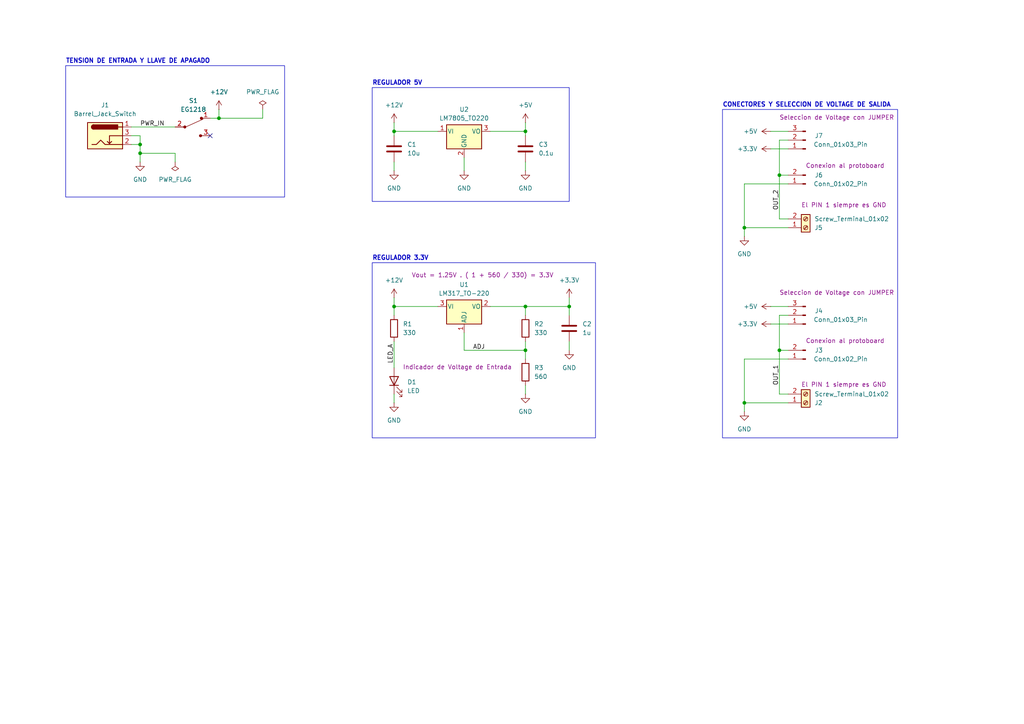
<source format=kicad_sch>
(kicad_sch (version 20250114) (generator "eeschema") (generator_version "9.0")
  (paper "A4")
  (title_block (title "Learning KiCad with a single project") (date "2025-05-16") (rev "1") (company "Ing. Andrès Chaparro"))
  (lib_symbols
    (symbol "Connector:Barrel_Jack_Switch" (pin_names (hide yes))
      (property "Reference" "J" (at 0 5.334 0))
      (property "Value" "Barrel_Jack_Switch" (at 0 -5.08 0))
      (symbol "Barrel_Jack_Switch_0_1"
        (rectangle (start -5.08 3.81) (end 5.08 -3.81) (stroke (width 0.254)) (fill (type background)))
        (polyline (pts (xy -3.81 -2.54) (xy -2.54 -2.54) (xy -1.27 -1.27) (xy 0 -2.54) (xy 2.54 -2.54) (xy 5.08 -2.54)) (stroke (width 0.254)))
        (arc (start -3.302 1.905) (mid -3.9343 2.54) (end -3.302 3.175) (stroke (width 0.254)))
        (arc (start -3.302 1.905) (mid -3.9343 2.54) (end -3.302 3.175) (stroke (width 0.254)) (fill (type outline)))
        (polyline (pts (xy 1.27 -2.286) (xy 1.905 -1.651)) (stroke (width 0.254)))
        (rectangle (start 3.683 3.175) (end -3.302 1.905) (stroke (width 0.254)) (fill (type outline)))
        (polyline (pts (xy 5.08 2.54) (xy 3.81 2.54)) (stroke (width 0.254)))
        (polyline (pts (xy 5.08 0) (xy 1.27 0) (xy 1.27 -2.286) (xy 0.635 -1.651)) (stroke (width 0.254)))
      )
      (symbol "Barrel_Jack_Switch_1_1"
        (pin passive line (at 7.62 2.54 180) (length 2.54) (name "~") (number "1"))
        (pin passive line (at 7.62 0 180) (length 2.54) (name "~") (number "3"))
        (pin passive line (at 7.62 -2.54 180) (length 2.54) (name "~") (number "2"))
      )
    )
    (symbol "Connector:Conn_01x02_Pin" (pin_names (offset 1.016) (hide yes))
      (property "Reference" "J" (at 0 2.54 0))
      (property "Value" "Conn_01x02_Pin" (at 0 -5.08 0))
      (symbol "Conn_01x02_Pin_1_1"
        (rectangle (start 0.8636 0.127) (end 0 -0.127) (stroke (width 0.1524)) (fill (type outline)))
        (rectangle (start 0.8636 -2.413) (end 0 -2.667) (stroke (width 0.1524)) (fill (type outline)))
        (polyline (pts (xy 1.27 0) (xy 0.8636 0)) (stroke (width 0.1524)))
        (polyline (pts (xy 1.27 -2.54) (xy 0.8636 -2.54)) (stroke (width 0.1524)))
        (pin passive line (at 5.08 0 180) (length 3.81) (name "Pin_1") (number "1"))
        (pin passive line (at 5.08 -2.54 180) (length 3.81) (name "Pin_2") (number "2"))
      )
    )
    (symbol "Connector:Conn_01x03_Pin" (pin_names (offset 1.016) (hide yes))
      (property "Reference" "J" (at 0 5.08 0))
      (property "Value" "Conn_01x03_Pin" (at 0 -5.08 0))
      (symbol "Conn_01x03_Pin_1_1"
        (rectangle (start 0.8636 2.667) (end 0 2.413) (stroke (width 0.1524)) (fill (type outline)))
        (rectangle (start 0.8636 0.127) (end 0 -0.127) (stroke (width 0.1524)) (fill (type outline)))
        (rectangle (start 0.8636 -2.413) (end 0 -2.667) (stroke (width 0.1524)) (fill (type outline)))
        (polyline (pts (xy 1.27 2.54) (xy 0.8636 2.54)) (stroke (width 0.1524)))
        (polyline (pts (xy 1.27 0) (xy 0.8636 0)) (stroke (width 0.1524)))
        (polyline (pts (xy 1.27 -2.54) (xy 0.8636 -2.54)) (stroke (width 0.1524)))
        (pin passive line (at 5.08 2.54 180) (length 3.81) (name "Pin_1") (number "1"))
        (pin passive line (at 5.08 0 180) (length 3.81) (name "Pin_2") (number "2"))
        (pin passive line (at 5.08 -2.54 180) (length 3.81) (name "Pin_3") (number "3"))
      )
    )
    (symbol "Connector:Screw_Terminal_01x02" (pin_names (offset 1.016) (hide yes))
      (property "Reference" "J" (at 0 2.54 0))
      (property "Value" "Screw_Terminal_01x02" (at 0 -5.08 0))
      (symbol "Screw_Terminal_01x02_1_1"
        (rectangle (start -1.27 1.27) (end 1.27 -3.81) (stroke (width 0.254)) (fill (type background)))
        (polyline (pts (xy -0.5334 0.3302) (xy 0.3302 -0.508)) (stroke (width 0.1524)))
        (polyline (pts (xy -0.5334 -2.2098) (xy 0.3302 -3.048)) (stroke (width 0.1524)))
        (polyline (pts (xy -0.3556 0.508) (xy 0.508 -0.3302)) (stroke (width 0.1524)))
        (polyline (pts (xy -0.3556 -2.032) (xy 0.508 -2.8702)) (stroke (width 0.1524)))
        (circle (center 0 0) (radius 0.635) (stroke (width 0.1524)))
        (circle (center 0 -2.54) (radius 0.635) (stroke (width 0.1524)))
        (pin passive line (at -5.08 0 0) (length 3.81) (name "Pin_1") (number "1"))
        (pin passive line (at -5.08 -2.54 0) (length 3.81) (name "Pin_2") (number "2"))
      )
    )
    (symbol "Device:C" (pin_numbers (hide yes)) (pin_names (offset 0.254))
      (property "Reference" "C" (at 0.635 2.54 0))
      (property "Value" "C" (at 0.635 -2.54 0))
      (symbol "C_0_1"
        (polyline (pts (xy -2.032 0.762) (xy 2.032 0.762)) (stroke (width 0.508)))
        (polyline (pts (xy -2.032 -0.762) (xy 2.032 -0.762)) (stroke (width 0.508)))
      )
      (symbol "C_1_1"
        (pin passive line (at 0 3.81 270) (length 2.794) (name "~") (number "1"))
        (pin passive line (at 0 -3.81 90) (length 2.794) (name "~") (number "2"))
      )
    )
    (symbol "Device:LED" (pin_numbers (hide yes)) (pin_names (offset 1.016) (hide yes))
      (property "Reference" "D" (at 0 2.54 0))
      (property "Value" "LED" (at 0 -2.54 0))
      (symbol "LED_0_1"
        (polyline (pts (xy -3.048 -0.762) (xy -4.572 -2.286) (xy -3.81 -2.286) (xy -4.572 -2.286) (xy -4.572 -1.524)))
        (polyline (pts (xy -1.778 -0.762) (xy -3.302 -2.286) (xy -2.54 -2.286) (xy -3.302 -2.286) (xy -3.302 -1.524)))
        (polyline (pts (xy -1.27 0) (xy 1.27 0)))
        (polyline (pts (xy -1.27 -1.27) (xy -1.27 1.27)) (stroke (width 0.254)))
        (polyline (pts (xy 1.27 -1.27) (xy 1.27 1.27) (xy -1.27 0) (xy 1.27 -1.27)) (stroke (width 0.254)))
      )
      (symbol "LED_1_1"
        (pin passive line (at -3.81 0 0) (length 2.54) (name "K") (number "1"))
        (pin passive line (at 3.81 0 180) (length 2.54) (name "A") (number "2"))
      )
    )
    (symbol "Device:R" (pin_numbers (hide yes)) (pin_names (offset 0))
      (property "Reference" "R" (at 2.032 0 90))
      (property "Value" "R" (at 0 0 90))
      (symbol "R_0_1"
        (rectangle (start -1.016 -2.54) (end 1.016 2.54) (stroke (width 0.254)))
      )
      (symbol "R_1_1"
        (pin passive line (at 0 3.81 270) (length 1.27) (name "~") (number "1"))
        (pin passive line (at 0 -3.81 90) (length 1.27) (name "~") (number "2"))
      )
    )
    (symbol "Regulator_Linear:LM317_TO-220" (pin_names (offset 0.254))
      (property "Reference" "U" (at -3.81 3.175 0))
      (property "Value" "LM317_TO-220" (at 0 3.175 0))
      (symbol "LM317_TO-220_0_1"
        (rectangle (start -5.08 1.905) (end 5.08 -5.08) (stroke (width 0.254)) (fill (type background)))
      )
      (symbol "LM317_TO-220_1_1"
        (pin power_in line (at -7.62 0 0) (length 2.54) (name "VI") (number "3"))
        (pin input line (at 0 -7.62 90) (length 2.54) (name "ADJ") (number "1"))
        (pin power_out line (at 7.62 0 180) (length 2.54) (name "VO") (number "2"))
      )
    )
    (symbol "Regulator_Linear:LM7805_TO220" (pin_names (offset 0.254))
      (property "Reference" "U" (at -3.81 3.175 0))
      (property "Value" "LM7805_TO220" (at 0 3.175 0))
      (symbol "LM7805_TO220_0_1"
        (rectangle (start -5.08 1.905) (end 5.08 -5.08) (stroke (width 0.254)) (fill (type background)))
      )
      (symbol "LM7805_TO220_1_1"
        (pin power_in line (at -7.62 0 0) (length 2.54) (name "VI") (number "1"))
        (pin power_in line (at 0 -7.62 90) (length 2.54) (name "GND") (number "2"))
        (pin power_out line (at 7.62 0 180) (length 2.54) (name "VO") (number "3"))
      )
    )
    (symbol "dk_Slide-Switches:EG1218" (pin_names (offset 0))
      (property "Reference" "S" (at -3.81 2.286 0))
      (property "Value" "EG1218" (at 0 -5.334 0))
      (symbol "EG1218_0_1"
        (circle (center -2.286 0) (radius 0.3556) (fill (type outline)))
        (polyline (pts (xy -2.032 0) (xy 3.048 2.286)))
        (circle (center 2.286 -2.54) (radius 0.3556) (fill (type outline)))
        (circle (center 2.54 2.54) (radius 0.3556) (fill (type outline)))
      )
      (symbol "EG1218_1_1"
        (pin passive line (at -5.08 0 0) (length 2.54) (name "~") (number "2"))
        (pin passive line (at 5.08 2.54 180) (length 2.54) (name "~") (number "1"))
        (pin passive line (at 5.08 -2.54 180) (length 2.54) (name "~") (number "3"))
      )
    )
    (symbol "power:+12V" (power) (pin_numbers (hide yes)) (pin_names (offset 0) (hide yes))
      (property "Value" "+12V" (at 0 3.556 0))
      (symbol "+12V_0_1"
        (polyline (pts (xy -0.762 1.27) (xy 0 2.54)))
        (polyline (pts (xy 0 2.54) (xy 0.762 1.27)))
        (polyline (pts (xy 0 0) (xy 0 2.54)))
      )
      (symbol "+12V_1_1"
        (pin power_in line (at 0 0 90) (length 0) (name "~") (number "1"))
      )
    )
    (symbol "power:+3.3V" (power) (pin_numbers (hide yes)) (pin_names (offset 0) (hide yes))
      (property "Value" "+3.3V" (at 0 3.556 0))
      (symbol "+3.3V_0_1"
        (polyline (pts (xy -0.762 1.27) (xy 0 2.54)))
        (polyline (pts (xy 0 2.54) (xy 0.762 1.27)))
        (polyline (pts (xy 0 0) (xy 0 2.54)))
      )
      (symbol "+3.3V_1_1"
        (pin power_in line (at 0 0 90) (length 0) (name "~") (number "1"))
      )
    )
    (symbol "power:+5V" (power) (pin_numbers (hide yes)) (pin_names (offset 0) (hide yes))
      (property "Value" "+5V" (at 0 3.556 0))
      (symbol "+5V_0_1"
        (polyline (pts (xy -0.762 1.27) (xy 0 2.54)))
        (polyline (pts (xy 0 2.54) (xy 0.762 1.27)))
        (polyline (pts (xy 0 0) (xy 0 2.54)))
      )
      (symbol "+5V_1_1"
        (pin power_in line (at 0 0 90) (length 0) (name "~") (number "1"))
      )
    )
    (symbol "power:GND" (power) (pin_numbers (hide yes)) (pin_names (offset 0) (hide yes))
      (property "Value" "GND" (at 0 -3.81 0))
      (symbol "GND_0_1"
        (polyline (pts (xy 0 0) (xy 0 -1.27) (xy 1.27 -1.27) (xy 0 -2.54) (xy -1.27 -1.27) (xy 0 -1.27)))
      )
      (symbol "GND_1_1"
        (pin power_in line (at 0 0 270) (length 0) (name "~") (number "1"))
      )
    )
    (symbol "power:PWR_FLAG" (power) (pin_numbers (hide yes)) (pin_names (offset 0) (hide yes))
      (property "Value" "PWR_FLAG" (at 0 3.81 0))
      (symbol "PWR_FLAG_0_0"
        (pin power_out line (at 0 0 90) (length 0) (name "~") (number "1"))
      )
      (symbol "PWR_FLAG_0_1"
        (polyline (pts (xy 0 0) (xy 0 1.27) (xy -1.016 1.905) (xy 0 2.54) (xy 1.016 1.905) (xy 0 1.27)))
      )
    )
  )
  (rectangle (start 209.55 31.75) (end 260.35 127))
  (rectangle (start 107.95 76.2) (end 172.72 127))
  (rectangle (start 107.95 25.4) (end 165.1 58.42))
  (rectangle (start 19.05 19.05) (end 82.55 57.15))
  (text "REGULADOR 5V" (at 107.95 24.13 0) (effects (font (size 1.27 1.27) (thickness 0.254) (bold yes)) (justify left)))
  (text "TENSION DE ENTRADA Y LLAVE DE APAGADO" (at 19.05 17.78 0) (effects (font (size 1.27 1.27) (thickness 0.254) (bold yes)) (justify left)))
  (text "El PIN 1 siempre es GND" (at 232.41 111.76 0) (effects (font (size 1.27 1.27)) (justify left)))
  (text "Conexion al protoboard" (at 233.68 99.06 0) (effects (font (size 1.27 1.27)) (justify left)))
  (text "Seleccion de Voltage con JUMPER" (at 226.06 34.29 0) (effects (font (size 1.27 1.27)) (justify left)))
  (text "El PIN 1 siempre es GND" (at 232.41 59.69 0) (effects (font (size 1.27 1.27)) (justify left)))
  (text "Indicador de Voltage de Entrada" (at 116.84 106.68 0) (effects (font (size 1.27 1.27)) (justify left)))
  (text "CONECTORES Y SELECCION DE VOLTAGE DE SALIDA" (at 209.55 30.48 0) (effects (font (size 1.27 1.27) (thickness 0.254) (bold yes)) (justify left)))
  (text "Vout = 1.25V . ( 1 + 560 / 330) = 3.3V" (at 119.38 80.01 0) (effects (font (size 1.27 1.27)) (justify left)))
  (text "Seleccion de Voltage con JUMPER" (at 226.06 85.09 0) (effects (font (size 1.27 1.27)) (justify left)))
  (text "REGULADOR 3.3V" (at 107.95 74.93 0) (effects (font (size 1.27 1.27) (thickness 0.254) (bold yes)) (justify left)))
  (text "Conexion al protoboard" (at 233.68 48.26 0) (effects (font (size 1.27 1.27)) (justify left)))
  (junction (at 165.1 88.9))
  (junction (at 40.64 41.91))
  (junction (at 226.06 50.8))
  (junction (at 215.9 116.84))
  (junction (at 40.64 44.45))
  (junction (at 215.9 66.04))
  (junction (at 152.4 101.6))
  (junction (at 152.4 88.9))
  (junction (at 226.06 101.6))
  (junction (at 63.5 34.29))
  (junction (at 114.3 88.9))
  (junction (at 114.3 38.1))
  (junction (at 152.4 38.1))
  (no_connect (at 60.96 39.37))
  (wire (pts (xy 134.62 45.72) (xy 134.62 49.53)))
  (wire (pts (xy 152.4 35.56) (xy 152.4 38.1)))
  (wire (pts (xy 152.4 99.06) (xy 152.4 101.6)))
  (wire (pts (xy 38.1 36.83) (xy 50.8 36.83)))
  (wire (pts (xy 152.4 111.76) (xy 152.4 114.3)))
  (wire (pts (xy 223.52 43.18) (xy 228.6 43.18)))
  (wire (pts (xy 114.3 46.99) (xy 114.3 49.53)))
  (wire (pts (xy 38.1 39.37) (xy 40.64 39.37)))
  (wire (pts (xy 165.1 88.9) (xy 165.1 91.44)))
  (wire (pts (xy 63.5 34.29) (xy 76.2 34.29)))
  (wire (pts (xy 142.24 38.1) (xy 152.4 38.1)))
  (wire (pts (xy 114.3 114.3) (xy 114.3 116.84)))
  (wire (pts (xy 228.6 63.5) (xy 226.06 63.5)))
  (wire (pts (xy 114.3 88.9) (xy 114.3 91.44)))
  (wire (pts (xy 223.52 38.1) (xy 228.6 38.1)))
  (wire (pts (xy 215.9 66.04) (xy 215.9 68.58)))
  (wire (pts (xy 223.52 88.9) (xy 228.6 88.9)))
  (wire (pts (xy 215.9 116.84) (xy 215.9 119.38)))
  (wire (pts (xy 114.3 99.06) (xy 114.3 106.68)))
  (wire (pts (xy 40.64 41.91) (xy 40.64 44.45)))
  (wire (pts (xy 40.64 44.45) (xy 40.64 46.99)))
  (wire (pts (xy 226.06 40.64) (xy 228.6 40.64)))
  (wire (pts (xy 226.06 50.8) (xy 226.06 40.64)))
  (wire (pts (xy 38.1 41.91) (xy 40.64 41.91)))
  (wire (pts (xy 226.06 101.6) (xy 228.6 101.6)))
  (wire (pts (xy 228.6 53.34) (xy 215.9 53.34)))
  (wire (pts (xy 152.4 88.9) (xy 152.4 91.44)))
  (wire (pts (xy 226.06 91.44) (xy 226.06 101.6)))
  (wire (pts (xy 40.64 44.45) (xy 50.8 44.45)))
  (wire (pts (xy 226.06 50.8) (xy 226.06 63.5)))
  (wire (pts (xy 114.3 35.56) (xy 114.3 38.1)))
  (wire (pts (xy 228.6 116.84) (xy 215.9 116.84)))
  (wire (pts (xy 114.3 38.1) (xy 114.3 39.37)))
  (wire (pts (xy 152.4 39.37) (xy 152.4 38.1)))
  (wire (pts (xy 63.5 31.75) (xy 63.5 34.29)))
  (wire (pts (xy 134.62 101.6) (xy 134.62 96.52)))
  (wire (pts (xy 60.96 34.29) (xy 63.5 34.29)))
  (wire (pts (xy 215.9 116.84) (xy 215.9 104.14)))
  (wire (pts (xy 215.9 104.14) (xy 228.6 104.14)))
  (wire (pts (xy 127 38.1) (xy 114.3 38.1)))
  (wire (pts (xy 165.1 86.36) (xy 165.1 88.9)))
  (wire (pts (xy 152.4 88.9) (xy 165.1 88.9)))
  (wire (pts (xy 152.4 101.6) (xy 134.62 101.6)))
  (wire (pts (xy 228.6 66.04) (xy 215.9 66.04)))
  (wire (pts (xy 165.1 99.06) (xy 165.1 101.6)))
  (wire (pts (xy 215.9 53.34) (xy 215.9 66.04)))
  (wire (pts (xy 76.2 31.75) (xy 76.2 34.29)))
  (wire (pts (xy 142.24 88.9) (xy 152.4 88.9)))
  (wire (pts (xy 226.06 114.3) (xy 228.6 114.3)))
  (wire (pts (xy 152.4 101.6) (xy 152.4 104.14)))
  (wire (pts (xy 223.52 93.98) (xy 228.6 93.98)))
  (wire (pts (xy 114.3 86.36) (xy 114.3 88.9)))
  (wire (pts (xy 114.3 88.9) (xy 127 88.9)))
  (wire (pts (xy 40.64 39.37) (xy 40.64 41.91)))
  (wire (pts (xy 228.6 91.44) (xy 226.06 91.44)))
  (wire (pts (xy 226.06 50.8) (xy 228.6 50.8)))
  (wire (pts (xy 50.8 44.45) (xy 50.8 46.99)))
  (wire (pts (xy 226.06 101.6) (xy 226.06 114.3)))
  (wire (pts (xy 152.4 46.99) (xy 152.4 49.53)))
  (label "OUT_2" (at 226.06 60.96 90))
  (label "OUT_1" (at 226.06 111.76 90))
  (label "ADJ" (at 137.16 101.6 0))
  (label "LED_A" (at 114.3 105.41 90))
  (label "PWR_IN" (at 40.64 36.83 0))
  (symbol (lib_id "power:+5V") (at 223.52 38.1 90) (unit 1)
    (property "Reference" "#PWR015" (effects (hide yes)))
    (property "Value" "+5V" (at 219.71 38.0999 90) (effects (justify left)))
    (property "Description" "Power symbol creates a global label with name \"+5V\"" (effects (hide yes)))
  )
  (symbol (lib_id "Connector:Conn_01x02_Pin") (at 233.68 104.14 180) (unit 1)
    (property "Reference" "J3" (at 237.49 101.6 0))
    (property "Value" "Conn_01x02_Pin" (at 243.84 104.14 0))
    (property "Footprint" "Connector_PinHeader_2.54mm:PinHeader_1x02_P2.54mm_Vertical" (effects (hide yes)))
    (property "Description" "Generic connector, single row, 01x02, script generated" (effects (hide yes)))
  )
  (symbol (lib_id "Connector:Barrel_Jack_Switch") (at 30.48 39.37 0) (unit 1)
    (property "Reference" "J1" (at 30.48 30.48 0))
    (property "Value" "Barrel_Jack_Switch" (at 30.48 33.02 0))
    (property "Footprint" "Connector_BarrelJack:BarrelJack_Horizontal" (effects (hide yes)))
    (property "Description" "DC Barrel Jack with an internal switch" (effects (hide yes)))
  )
  (symbol (lib_id "Device:LED") (at 114.3 110.49 90) (unit 1)
    (property "Reference" "D1" (at 118.11 110.8074 90) (effects (justify right)))
    (property "Value" "LED" (at 118.11 113.3474 90) (effects (justify right)))
    (property "Footprint" "LED_THT:LED_D5.0mm" (effects (hide yes)))
    (property "Description" "Light emitting diode" (effects (hide yes)))
    (property "Sim.Pins" "1=K 2=A" (effects (hide yes)))
  )
  (symbol (lib_id "Connector:Screw_Terminal_01x02") (at 233.68 116.84 0) (mirror x) (unit 1)
    (property "Reference" "J2" (at 236.22 116.8401 0) (effects (justify left)))
    (property "Value" "Screw_Terminal_01x02" (at 236.22 114.3001 0) (effects (justify left)))
    (property "Footprint" "TerminalBlock:TerminalBlock_bornier-2_P5.08mm" (effects (hide yes)))
    (property "Description" "Generic screw terminal, single row, 01x02, script generated (kicad-library-utils/schlib/autogen/connector/)" (effects (hide yes)))
  )
  (symbol (lib_id "Connector:Screw_Terminal_01x02") (at 233.68 66.04 0) (mirror x) (unit 1)
    (property "Reference" "J5" (at 236.22 66.0401 0) (effects (justify left)))
    (property "Value" "Screw_Terminal_01x02" (at 236.22 63.5001 0) (effects (justify left)))
    (property "Footprint" "TerminalBlock:TerminalBlock_bornier-2_P5.08mm" (effects (hide yes)))
    (property "Description" "Generic screw terminal, single row, 01x02, script generated (kicad-library-utils/schlib/autogen/connector/)" (effects (hide yes)))
  )
  (symbol (lib_id "power:+12V") (at 63.5 31.75 0) (unit 1)
    (property "Reference" "#PWR012" (effects (hide yes)))
    (property "Value" "+12V" (at 63.5 26.67 0))
    (property "Description" "Power symbol creates a global label with name \"+12V\"" (effects (hide yes)))
  )
  (symbol (lib_id "power:PWR_FLAG") (at 76.2 31.75 0) (unit 1)
    (property "Reference" "#FLG02" (effects (hide yes)))
    (property "Value" "PWR_FLAG" (at 76.2 26.67 0))
    (property "Description" "Special symbol for telling ERC where power comes from" (effects (hide yes)))
  )
  (symbol (lib_id "power:+5V") (at 223.52 88.9 90) (unit 1)
    (property "Reference" "#PWR017" (effects (hide yes)))
    (property "Value" "+5V" (at 219.71 88.8999 90) (effects (justify left)))
    (property "Description" "Power symbol creates a global label with name \"+5V\"" (effects (hide yes)))
  )
  (symbol (lib_id "Connector:Conn_01x03_Pin") (at 233.68 40.64 180) (unit 1)
    (property "Reference" "J7" (at 237.49 39.37 0))
    (property "Value" "Conn_01x03_Pin" (at 243.84 41.91 0))
    (property "Footprint" "Connector_PinHeader_2.54mm:PinHeader_1x03_P2.54mm_Vertical" (effects (hide yes)))
    (property "Description" "Generic connector, single row, 01x03, script generated" (effects (hide yes)))
  )
  (symbol (lib_id "power:GND") (at 152.4 49.53 0) (unit 1)
    (property "Reference" "#PWR03" (effects (hide yes)))
    (property "Value" "GND" (at 152.4 54.61 0))
    (property "Description" "Power symbol creates a global label with name \"GND\" , ground" (effects (hide yes)))
  )
  (symbol (lib_id "power:GND") (at 114.3 49.53 0) (unit 1)
    (property "Reference" "#PWR01" (effects (hide yes)))
    (property "Value" "GND" (at 114.3 54.61 0))
    (property "Description" "Power symbol creates a global label with name \"GND\" , ground" (effects (hide yes)))
  )
  (symbol (lib_id "power:GND") (at 114.3 116.84 0) (unit 1)
    (property "Reference" "#PWR05" (effects (hide yes)))
    (property "Value" "GND" (at 114.3 121.92 0))
    (property "Description" "Power symbol creates a global label with name \"GND\" , ground" (effects (hide yes)))
  )
  (symbol (lib_id "power:+12V") (at 114.3 86.36 0) (unit 1)
    (property "Reference" "#PWR011" (effects (hide yes)))
    (property "Value" "+12V" (at 114.3 81.28 0))
    (property "Description" "Power symbol creates a global label with name \"+12V\"" (effects (hide yes)))
  )
  (symbol (lib_id "Device:R") (at 152.4 107.95 0) (unit 1)
    (property "Reference" "R3" (at 154.94 106.6799 0) (effects (justify left)))
    (property "Value" "560" (at 154.94 109.2199 0) (effects (justify left)))
    (property "Footprint" "Resistor_THT:R_Axial_DIN0204_L3.6mm_D1.6mm_P7.62mm_Horizontal" (effects (hide yes)))
    (property "Description" "Resistor" (effects (hide yes)))
  )
  (symbol (lib_id "power:+3.3V") (at 223.52 43.18 90) (unit 1)
    (property "Reference" "#PWR016" (effects (hide yes)))
    (property "Value" "+3.3V" (at 219.71 43.1799 90) (effects (justify left)))
    (property "Description" "Power symbol creates a global label with name \"+3.3V\"" (effects (hide yes)))
  )
  (symbol (lib_id "Device:C") (at 152.4 43.18 0) (unit 1)
    (property "Reference" "C3" (at 156.21 41.9099 0) (effects (justify left)))
    (property "Value" "0.1u" (at 156.21 44.4499 0) (effects (justify left)))
    (property "Footprint" "Capacitor_THT:C_Disc_D3.0mm_W1.6mm_P2.50mm" (effects (hide yes)))
    (property "Description" "Unpolarized capacitor" (effects (hide yes)))
  )
  (symbol (lib_id "power:PWR_FLAG") (at 50.8 46.99 180) (unit 1)
    (property "Reference" "#FLG01" (effects (hide yes)))
    (property "Value" "PWR_FLAG" (at 50.8 52.07 0))
    (property "Description" "Special symbol for telling ERC where power comes from" (effects (hide yes)))
  )
  (symbol (lib_id "power:+12V") (at 114.3 35.56 0) (unit 1)
    (property "Reference" "#PWR010" (effects (hide yes)))
    (property "Value" "+12V" (at 114.3 30.48 0))
    (property "Description" "Power symbol creates a global label with name \"+12V\"" (effects (hide yes)))
  )
  (symbol (lib_id "power:+3.3V") (at 165.1 86.36 0) (unit 1)
    (property "Reference" "#PWR013" (effects (hide yes)))
    (property "Value" "+3.3V" (at 165.1 81.28 0))
    (property "Description" "Power symbol creates a global label with name \"+3.3V\"" (effects (hide yes)))
  )
  (symbol (lib_id "Regulator_Linear:LM7805_TO220") (at 134.62 38.1 0) (unit 1)
    (property "Reference" "U2" (at 134.62 31.75 0))
    (property "Value" "LM7805_TO220" (at 134.62 34.29 0))
    (property "Footprint" "Package_TO_SOT_THT:TO-220-3_Vertical" (effects (hide yes)))
    (property "Datasheet" "https://www.onsemi.cn/PowerSolutions/document/MC7800-D.PDF" (effects (hide yes)))
    (property "Description" "Positive 1A 35V Linear Regulator, Fixed Output 5V, TO-220" (effects (hide yes)))
  )
  (symbol (lib_id "Device:C") (at 114.3 43.18 0) (unit 1)
    (property "Reference" "C1" (at 118.11 41.9099 0) (effects (justify left)))
    (property "Value" "10u" (at 118.11 44.4499 0) (effects (justify left)))
    (property "Footprint" "Capacitor_THT:C_Disc_D3.0mm_W1.6mm_P2.50mm" (effects (hide yes)))
    (property "Description" "Unpolarized capacitor" (effects (hide yes)))
  )
  (symbol (lib_id "Device:C") (at 165.1 95.25 0) (unit 1)
    (property "Reference" "C2" (at 168.91 93.9799 0) (effects (justify left)))
    (property "Value" "1u" (at 168.91 96.5199 0) (effects (justify left)))
    (property "Footprint" "Capacitor_THT:C_Disc_D3.0mm_W1.6mm_P2.50mm" (effects (hide yes)))
    (property "Description" "Unpolarized capacitor" (effects (hide yes)))
  )
  (symbol (lib_id "Device:R") (at 114.3 95.25 0) (unit 1)
    (property "Reference" "R1" (at 116.84 93.9799 0) (effects (justify left)))
    (property "Value" "330" (at 116.84 96.5199 0) (effects (justify left)))
    (property "Footprint" "Resistor_THT:R_Axial_DIN0204_L3.6mm_D1.6mm_P7.62mm_Horizontal" (effects (hide yes)))
    (property "Description" "Resistor" (effects (hide yes)))
  )
  (symbol (lib_id "power:GND") (at 134.62 49.53 0) (unit 1)
    (property "Reference" "#PWR02" (effects (hide yes)))
    (property "Value" "GND" (at 134.62 54.61 0))
    (property "Description" "Power symbol creates a global label with name \"GND\" , ground" (effects (hide yes)))
  )
  (symbol (lib_id "power:GND") (at 215.9 68.58 0) (unit 1)
    (property "Reference" "#PWR08" (effects (hide yes)))
    (property "Value" "GND" (at 215.9 73.66 0))
    (property "Description" "Power symbol creates a global label with name \"GND\" , ground" (effects (hide yes)))
  )
  (symbol (lib_id "Connector:Conn_01x03_Pin") (at 233.68 91.44 180) (unit 1)
    (property "Reference" "J4" (at 237.49 90.17 0))
    (property "Value" "Conn_01x03_Pin" (at 243.84 92.71 0))
    (property "Footprint" "Connector_PinHeader_2.54mm:PinHeader_1x03_P2.54mm_Vertical" (effects (hide yes)))
    (property "Description" "Generic connector, single row, 01x03, script generated" (effects (hide yes)))
  )
  (symbol (lib_id "power:+5V") (at 152.4 35.56 0) (unit 1)
    (property "Reference" "#PWR014" (effects (hide yes)))
    (property "Value" "+5V" (at 152.4 30.48 0))
    (property "Description" "Power symbol creates a global label with name \"+5V\"" (effects (hide yes)))
  )
  (symbol (lib_id "power:GND") (at 40.64 46.99 0) (unit 1)
    (property "Reference" "#PWR04" (effects (hide yes)))
    (property "Value" "GND" (at 40.64 52.07 0))
    (property "Description" "Power symbol creates a global label with name \"GND\" , ground" (effects (hide yes)))
  )
  (symbol (lib_id "Device:R") (at 152.4 95.25 0) (unit 1)
    (property "Reference" "R2" (at 154.94 93.9799 0) (effects (justify left)))
    (property "Value" "330" (at 154.94 96.5199 0) (effects (justify left)))
    (property "Footprint" "Resistor_THT:R_Axial_DIN0204_L3.6mm_D1.6mm_P7.62mm_Horizontal" (effects (hide yes)))
    (property "Description" "Resistor" (effects (hide yes)))
  )
  (symbol (lib_id "Regulator_Linear:LM317_TO-220") (at 134.62 88.9 0) (unit 1)
    (property "Reference" "U1" (at 134.62 82.55 0))
    (property "Value" "LM317_TO-220" (at 134.62 85.09 0))
    (property "Footprint" "Package_TO_SOT_THT:TO-220-3_Vertical" (effects (hide yes)))
    (property "Datasheet" "http://www.ti.com/lit/ds/symlink/lm317.pdf" (effects (hide yes)))
    (property "Description" "1.5A 35V Adjustable Linear Regulator, TO-220" (effects (hide yes)))
  )
  (symbol (lib_id "power:+3.3V") (at 223.52 93.98 90) (unit 1)
    (property "Reference" "#PWR018" (effects (hide yes)))
    (property "Value" "+3.3V" (at 219.71 93.9799 90) (effects (justify left)))
    (property "Description" "Power symbol creates a global label with name \"+3.3V\"" (effects (hide yes)))
  )
  (symbol (lib_id "power:GND") (at 215.9 119.38 0) (unit 1)
    (property "Reference" "#PWR09" (effects (hide yes)))
    (property "Value" "GND" (at 215.9 124.46 0))
    (property "Description" "Power symbol creates a global label with name \"GND\" , ground" (effects (hide yes)))
  )
  (symbol (lib_id "Connector:Conn_01x02_Pin") (at 233.68 53.34 180) (unit 1)
    (property "Reference" "J6" (at 237.49 50.8 0))
    (property "Value" "Conn_01x02_Pin" (at 243.84 53.34 0))
    (property "Footprint" "Connector_PinHeader_2.54mm:PinHeader_1x02_P2.54mm_Vertical" (effects (hide yes)))
    (property "Description" "Generic connector, single row, 01x02, script generated" (effects (hide yes)))
  )
  (symbol (lib_id "power:GND") (at 152.4 114.3 0) (unit 1)
    (property "Reference" "#PWR06" (effects (hide yes)))
    (property "Value" "GND" (at 152.4 119.38 0))
    (property "Description" "Power symbol creates a global label with name \"GND\" , ground" (effects (hide yes)))
  )
  (symbol (lib_id "dk_Slide-Switches:EG1218") (at 55.88 36.83 0) (unit 1)
    (property "Reference" "S1" (at 56.0832 29.21 0))
    (property "Value" "EG1218" (at 56.0832 31.75 0))
    (property "Footprint" "digikey-footprints:Switch_Slide_11.6x4mm_EG1218" (effects (hide yes)))
    (property "Datasheet" "http://spec_sheets.e-switch.com/specs/P040040.pdf" (effects (hide yes)))
    (property "Description" "SWITCH SLIDE SPDT 200MA 30V" (effects (hide yes)))
    (property "Digi-Key_PN" "EG1903-ND" (effects (hide yes)))
    (property "MPN" "EG1218" (effects (hide yes)))
    (property "Category" "Switches" (effects (hide yes)))
    (property "Family" "Slide Switches" (effects (hide yes)))
    (property "DK_Datasheet_Link" "http://spec_sheets.e-switch.com/specs/P040040.pdf" (effects (hide yes)))
    (property "DK_Detail_Page" "/product-detail/en/e-switch/EG1218/EG1903-ND/101726" (effects (hide yes)))
    (property "Description_1" "SWITCH SLIDE SPDT 200MA 30V" (effects (hide yes)))
    (property "Manufacturer" "E-Switch" (effects (hide yes)))
    (property "Status" "Active" (effects (hide yes)))
  )
  (symbol (lib_id "power:GND") (at 165.1 101.6 0) (unit 1)
    (property "Reference" "#PWR07" (effects (hide yes)))
    (property "Value" "GND" (at 165.1 106.68 0))
    (property "Description" "Power symbol creates a global label with name \"GND\" , ground" (effects (hide yes)))
  )
)
</source>
